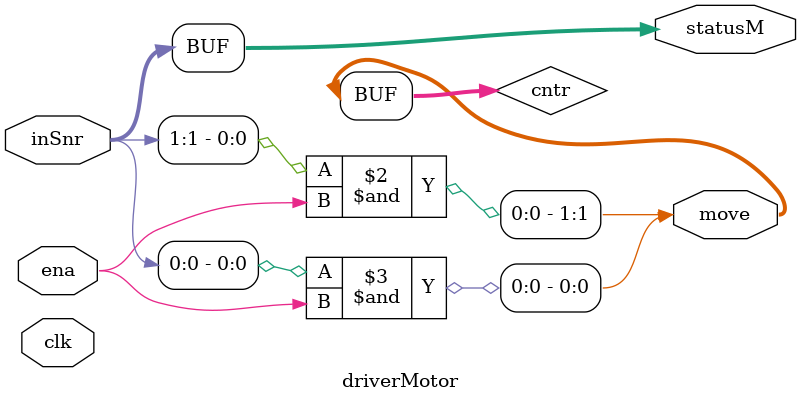
<source format=v>
`timescale 1ns / 1ps


module driverMotor(
    input wire clk,
    input wire ena,
    input wire [1:0] inSnr,
    output reg [1:0] statusM,
    //output reg [1:0] status2,
    output reg [1:0] move

    );
    
    reg [1:0] cntr;
    
    always @(*)
begin

    statusM = 0;
    move = 1;
    
    statusM = inSnr;
    cntr[1] = inSnr[1] & ena;
    cntr[0] = inSnr[0] & ena;
    move = cntr;
    //status2 = cntr; 
       
end
    
endmodule


</source>
